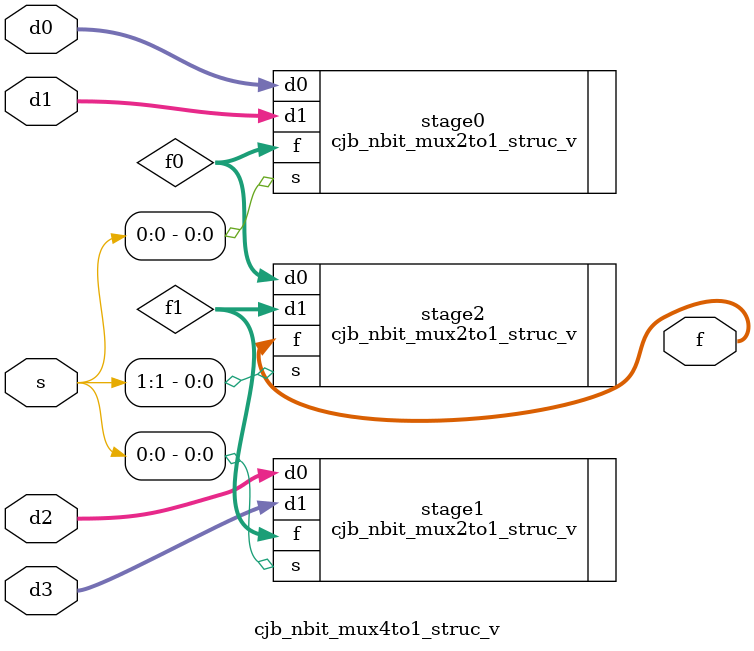
<source format=v>
module cjb_nbit_mux4to1_struc_v (d3, d2, d1, d0, s, f);

parameter n = 8;
input	[n-1:0] d3, d2, d1, d0;
input [1:0] s;
output [n-1:0] f;
wire [n-1:0] f1, f0;

cjb_nbit_mux2to1_struc_v stage0 (.d1 (d1), .d0 (d0), .s (s[0]), .f (f0));
cjb_nbit_mux2to1_struc_v stage1 (.d1 (d3), .d0 (d2), .s (s[0]), .f (f1));
cjb_nbit_mux2to1_struc_v stage2 (.d1 (f1), .d0 (f0), .s (s[1]), .f (f));

endmodule

</source>
